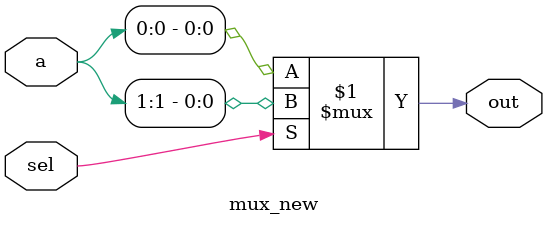
<source format=v>
module mux_new (a, sel, out);

input [1:0] a;
input sel;
output out;

assign out = (sel) ? a[1] : a[0];

endmodule
</source>
